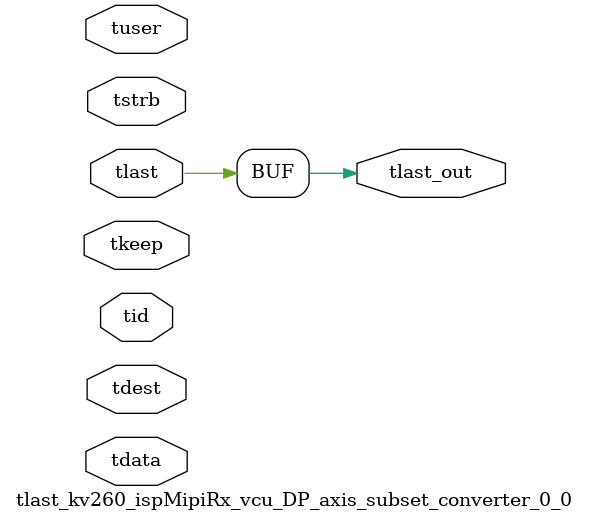
<source format=v>


`timescale 1ps/1ps

module tlast_kv260_ispMipiRx_vcu_DP_axis_subset_converter_0_0 #
(
parameter C_S_AXIS_TID_WIDTH   = 1,
parameter C_S_AXIS_TUSER_WIDTH = 0,
parameter C_S_AXIS_TDATA_WIDTH = 0,
parameter C_S_AXIS_TDEST_WIDTH = 0
)
(
input  [(C_S_AXIS_TID_WIDTH   == 0 ? 1 : C_S_AXIS_TID_WIDTH)-1:0       ] tid,
input  [(C_S_AXIS_TDATA_WIDTH == 0 ? 1 : C_S_AXIS_TDATA_WIDTH)-1:0     ] tdata,
input  [(C_S_AXIS_TUSER_WIDTH == 0 ? 1 : C_S_AXIS_TUSER_WIDTH)-1:0     ] tuser,
input  [(C_S_AXIS_TDEST_WIDTH == 0 ? 1 : C_S_AXIS_TDEST_WIDTH)-1:0     ] tdest,
input  [(C_S_AXIS_TDATA_WIDTH/8)-1:0 ] tkeep,
input  [(C_S_AXIS_TDATA_WIDTH/8)-1:0 ] tstrb,
input  [0:0]                                                             tlast,
output                                                                   tlast_out
);

assign tlast_out = {tlast};

endmodule


</source>
